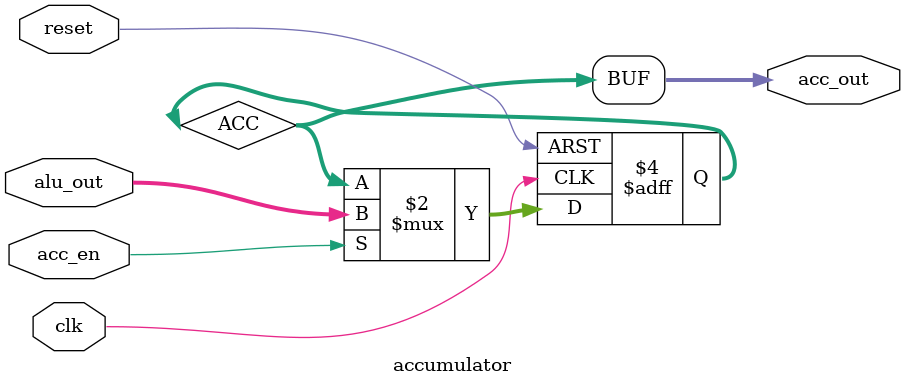
<source format=v>
`timescale 1ns / 1ps


module accumulator (
    input wire clk,
    input wire reset,
    input wire acc_en,
    input wire [7:0] alu_out,
    output wire [7:0] acc_out
);

    reg [7:0] ACC;

    always @(posedge clk or posedge reset) begin
        if (reset) begin
            ACC <= 8'b0;
        end else if (acc_en) begin
            ACC <= alu_out;
        end
    end

    assign acc_out = ACC;

endmodule


</source>
